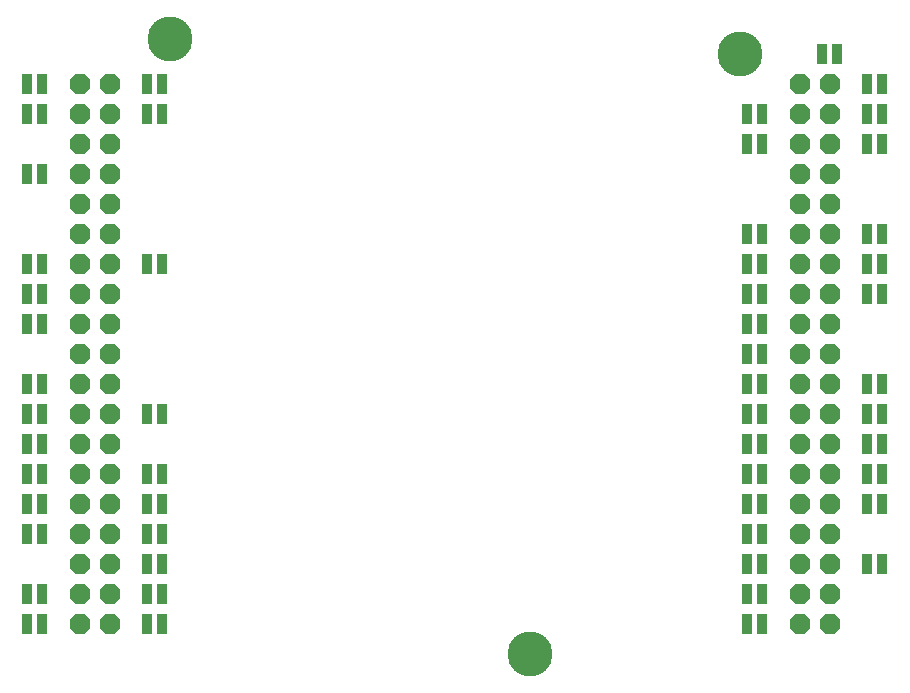
<source format=gts>
G75*
%MOIN*%
%OFA0B0*%
%FSLAX25Y25*%
%IPPOS*%
%LPD*%
%AMOC8*
5,1,8,0,0,1.08239X$1,22.5*
%
%ADD10OC8,0.06800*%
%ADD11C,0.14973*%
%ADD12R,0.03800X0.06800*%
D10*
X0059000Y0041000D03*
X0059000Y0051000D03*
X0059000Y0061000D03*
X0059000Y0071000D03*
X0059000Y0081000D03*
X0059000Y0091000D03*
X0059000Y0101000D03*
X0059000Y0111000D03*
X0059000Y0121000D03*
X0059000Y0131000D03*
X0059000Y0141000D03*
X0059000Y0151000D03*
X0059000Y0161000D03*
X0059000Y0171000D03*
X0059000Y0181000D03*
X0059000Y0191000D03*
X0059000Y0201000D03*
X0059000Y0211000D03*
X0059000Y0221000D03*
X0069000Y0221000D03*
X0069000Y0211000D03*
X0069000Y0201000D03*
X0069000Y0191000D03*
X0069000Y0181000D03*
X0069000Y0171000D03*
X0069000Y0161000D03*
X0069000Y0151000D03*
X0069000Y0141000D03*
X0069000Y0131000D03*
X0069000Y0121000D03*
X0069000Y0111000D03*
X0069000Y0101000D03*
X0069000Y0091000D03*
X0069000Y0081000D03*
X0069000Y0071000D03*
X0069000Y0061000D03*
X0069000Y0051000D03*
X0069000Y0041000D03*
X0299000Y0041000D03*
X0299000Y0051000D03*
X0299000Y0061000D03*
X0299000Y0071000D03*
X0299000Y0081000D03*
X0299000Y0091000D03*
X0299000Y0101000D03*
X0299000Y0111000D03*
X0299000Y0121000D03*
X0299000Y0131000D03*
X0299000Y0141000D03*
X0299000Y0151000D03*
X0299000Y0161000D03*
X0299000Y0171000D03*
X0299000Y0181000D03*
X0299000Y0191000D03*
X0299000Y0201000D03*
X0299000Y0211000D03*
X0299000Y0221000D03*
X0309000Y0221000D03*
X0309000Y0211000D03*
X0309000Y0201000D03*
X0309000Y0191000D03*
X0309000Y0181000D03*
X0309000Y0171000D03*
X0309000Y0161000D03*
X0309000Y0151000D03*
X0309000Y0141000D03*
X0309000Y0131000D03*
X0309000Y0121000D03*
X0309000Y0111000D03*
X0309000Y0101000D03*
X0309000Y0091000D03*
X0309000Y0081000D03*
X0309000Y0071000D03*
X0309000Y0061000D03*
X0309000Y0051000D03*
X0309000Y0041000D03*
D11*
X0209000Y0031000D03*
X0279000Y0231000D03*
X0089000Y0236000D03*
D12*
X0041500Y0041000D03*
X0046500Y0041000D03*
X0046500Y0051000D03*
X0041500Y0051000D03*
X0041500Y0071000D03*
X0046500Y0071000D03*
X0046500Y0081000D03*
X0041500Y0081000D03*
X0041500Y0091000D03*
X0046500Y0091000D03*
X0046500Y0101000D03*
X0041500Y0101000D03*
X0041500Y0111000D03*
X0046500Y0111000D03*
X0046500Y0121000D03*
X0041500Y0121000D03*
X0041500Y0141000D03*
X0046500Y0141000D03*
X0046500Y0151000D03*
X0041500Y0151000D03*
X0041500Y0161000D03*
X0046500Y0161000D03*
X0046500Y0191000D03*
X0041500Y0191000D03*
X0041500Y0211000D03*
X0046500Y0211000D03*
X0046500Y0221000D03*
X0041500Y0221000D03*
X0081500Y0221000D03*
X0086500Y0221000D03*
X0086500Y0211000D03*
X0081500Y0211000D03*
X0081500Y0161000D03*
X0086500Y0161000D03*
X0086500Y0111000D03*
X0081500Y0111000D03*
X0081500Y0091000D03*
X0086500Y0091000D03*
X0086500Y0081000D03*
X0081500Y0081000D03*
X0081500Y0071000D03*
X0086500Y0071000D03*
X0086500Y0061000D03*
X0081500Y0061000D03*
X0081500Y0051000D03*
X0086500Y0051000D03*
X0086500Y0041000D03*
X0081500Y0041000D03*
X0281500Y0041000D03*
X0286500Y0041000D03*
X0286500Y0051000D03*
X0281500Y0051000D03*
X0281500Y0061000D03*
X0286500Y0061000D03*
X0286500Y0071000D03*
X0281500Y0071000D03*
X0281500Y0081000D03*
X0286500Y0081000D03*
X0286500Y0091000D03*
X0281500Y0091000D03*
X0281500Y0101000D03*
X0286500Y0101000D03*
X0286500Y0111000D03*
X0281500Y0111000D03*
X0281500Y0121000D03*
X0286500Y0121000D03*
X0286500Y0131000D03*
X0281500Y0131000D03*
X0281500Y0141000D03*
X0286500Y0141000D03*
X0286500Y0151000D03*
X0281500Y0151000D03*
X0281500Y0161000D03*
X0286500Y0161000D03*
X0286500Y0171000D03*
X0281500Y0171000D03*
X0281500Y0201000D03*
X0286500Y0201000D03*
X0286500Y0211000D03*
X0281500Y0211000D03*
X0306500Y0231000D03*
X0311500Y0231000D03*
X0321500Y0221000D03*
X0326500Y0221000D03*
X0326500Y0211000D03*
X0321500Y0211000D03*
X0321500Y0201000D03*
X0326500Y0201000D03*
X0326500Y0171000D03*
X0321500Y0171000D03*
X0321500Y0161000D03*
X0326500Y0161000D03*
X0326500Y0151000D03*
X0321500Y0151000D03*
X0321500Y0121000D03*
X0326500Y0121000D03*
X0326500Y0111000D03*
X0321500Y0111000D03*
X0321500Y0101000D03*
X0326500Y0101000D03*
X0326500Y0091000D03*
X0321500Y0091000D03*
X0321500Y0081000D03*
X0326500Y0081000D03*
X0326500Y0061000D03*
X0321500Y0061000D03*
M02*

</source>
